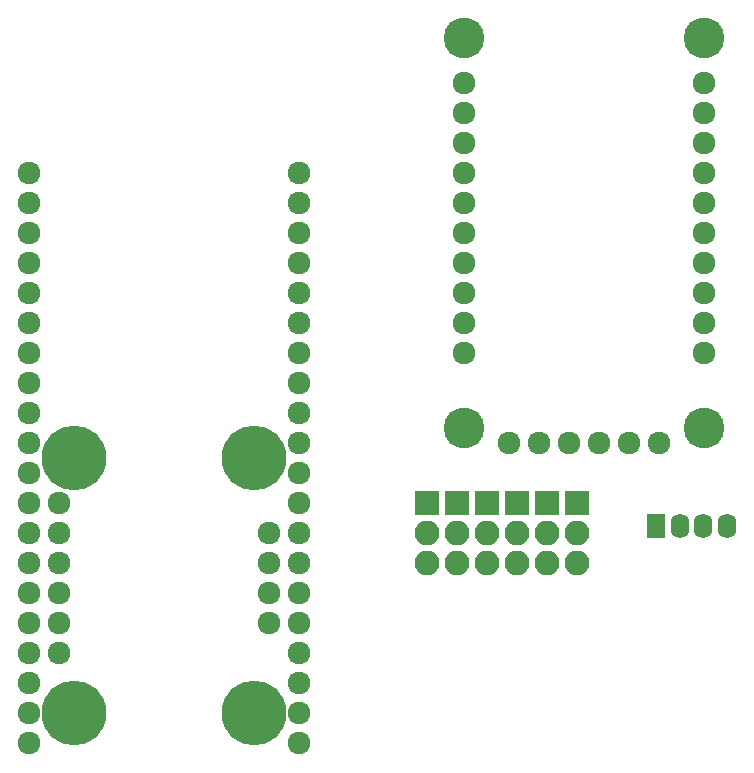
<source format=gts>
G04 #@! TF.FileFunction,Soldermask,Top*
%FSLAX46Y46*%
G04 Gerber Fmt 4.6, Leading zero omitted, Abs format (unit mm)*
G04 Created by KiCad (PCBNEW 4.0.7-e2-6376~58~ubuntu16.04.1) date Fri Jan 19 19:52:53 2018*
%MOMM*%
%LPD*%
G01*
G04 APERTURE LIST*
%ADD10C,0.100000*%
%ADD11C,1.924000*%
%ADD12C,5.480000*%
%ADD13O,2.100000X2.100000*%
%ADD14R,2.100000X2.100000*%
%ADD15R,1.600000X2.100000*%
%ADD16O,1.600000X2.100000*%
%ADD17C,3.448000*%
G04 APERTURE END LIST*
D10*
D11*
X142861000Y-134841000D03*
X142861000Y-132301000D03*
X142861000Y-129761000D03*
X142861000Y-127221000D03*
X142861000Y-124681000D03*
X142861000Y-122141000D03*
X142861000Y-119601000D03*
X142861000Y-117061000D03*
X142861000Y-114521000D03*
X142861000Y-111981000D03*
X142861000Y-109441000D03*
X142861000Y-106901000D03*
X142861000Y-104361000D03*
X142861000Y-101821000D03*
X142861000Y-99281000D03*
X142861000Y-96741000D03*
X142861000Y-94201000D03*
X142861000Y-91661000D03*
X142861000Y-89121000D03*
X142861000Y-86581000D03*
X120001000Y-86581000D03*
X120001000Y-89121000D03*
X120001000Y-91661000D03*
X120001000Y-94201000D03*
X120001000Y-96741000D03*
X120001000Y-99281000D03*
X120001000Y-101821000D03*
X120001000Y-104361000D03*
X120001000Y-109441000D03*
X120001000Y-111981000D03*
X120001000Y-114521000D03*
X120001000Y-117061000D03*
X120001000Y-119601000D03*
X120001000Y-122141000D03*
X120001000Y-124681000D03*
X120001000Y-127221000D03*
X120001000Y-129761000D03*
X120001000Y-132301000D03*
X120001000Y-106901000D03*
X120001000Y-134841000D03*
X142861000Y-134841000D03*
X142861000Y-132301000D03*
X142861000Y-129761000D03*
X142861000Y-127221000D03*
X142861000Y-124681000D03*
X142861000Y-122141000D03*
X142861000Y-119601000D03*
X142861000Y-117061000D03*
X142861000Y-114521000D03*
X142861000Y-111981000D03*
X142861000Y-109441000D03*
X142861000Y-106901000D03*
X142861000Y-104361000D03*
X142861000Y-101821000D03*
X142861000Y-99281000D03*
X142861000Y-96741000D03*
X142861000Y-94201000D03*
X142861000Y-91661000D03*
X142861000Y-89121000D03*
X142861000Y-86581000D03*
X120001000Y-86581000D03*
X120001000Y-89121000D03*
X120001000Y-91661000D03*
X120001000Y-94201000D03*
X120001000Y-96741000D03*
X120001000Y-99281000D03*
X120001000Y-101821000D03*
X120001000Y-104361000D03*
X120001000Y-109441000D03*
X120001000Y-111981000D03*
X120001000Y-114521000D03*
X120001000Y-117061000D03*
X120001000Y-119601000D03*
X120001000Y-122141000D03*
X120001000Y-124681000D03*
X120001000Y-127221000D03*
X120001000Y-129761000D03*
X120001000Y-132301000D03*
X120001000Y-106901000D03*
X120001000Y-134841000D03*
D12*
X123811000Y-132301000D03*
X139051000Y-132301000D03*
X123811000Y-110711000D03*
X139051000Y-110711000D03*
D11*
X122541000Y-127221000D03*
X122541000Y-124681000D03*
X122541000Y-122141000D03*
X122541000Y-119601000D03*
X122541000Y-117061000D03*
X122541000Y-114521000D03*
X140321000Y-124681000D03*
X140321000Y-122141000D03*
X140321000Y-119601000D03*
X140321000Y-117061000D03*
D13*
X156196000Y-119601000D03*
D14*
X156196000Y-114521000D03*
D13*
X156196000Y-117061000D03*
X163816000Y-119601000D03*
D14*
X163816000Y-114521000D03*
D13*
X163816000Y-117061000D03*
D15*
X173056000Y-116426000D03*
D16*
X175056000Y-116426000D03*
X177056000Y-116426000D03*
X179056000Y-116426000D03*
D13*
X166356000Y-119601000D03*
D14*
X166356000Y-114521000D03*
D13*
X166356000Y-117061000D03*
X153656000Y-119601000D03*
D14*
X153656000Y-114521000D03*
D13*
X153656000Y-117061000D03*
X161276000Y-119601000D03*
D14*
X161276000Y-114521000D03*
D13*
X161276000Y-117061000D03*
X158736000Y-119601000D03*
D14*
X158736000Y-114521000D03*
D13*
X158736000Y-117061000D03*
D17*
X156831000Y-75151000D03*
X156831000Y-108171000D03*
X177151000Y-108171000D03*
D11*
X156831000Y-78961000D03*
X156831000Y-81501000D03*
X156831000Y-84041000D03*
X156831000Y-86581000D03*
X156831000Y-89121000D03*
X156831000Y-91661000D03*
X156831000Y-94201000D03*
X156831000Y-96741000D03*
X156831000Y-99281000D03*
X156831000Y-101821000D03*
X177151000Y-101821000D03*
X177151000Y-99281000D03*
X177151000Y-96741000D03*
X177151000Y-94201000D03*
X177151000Y-91661000D03*
X177151000Y-89121000D03*
X177151000Y-86581000D03*
X177151000Y-84041000D03*
X177151000Y-81501000D03*
X177151000Y-78961000D03*
X160641000Y-109441000D03*
X163181000Y-109441000D03*
X165721000Y-109441000D03*
X168261000Y-109441000D03*
X170801000Y-109441000D03*
X173341000Y-109441000D03*
D17*
X177151000Y-75151000D03*
M02*

</source>
